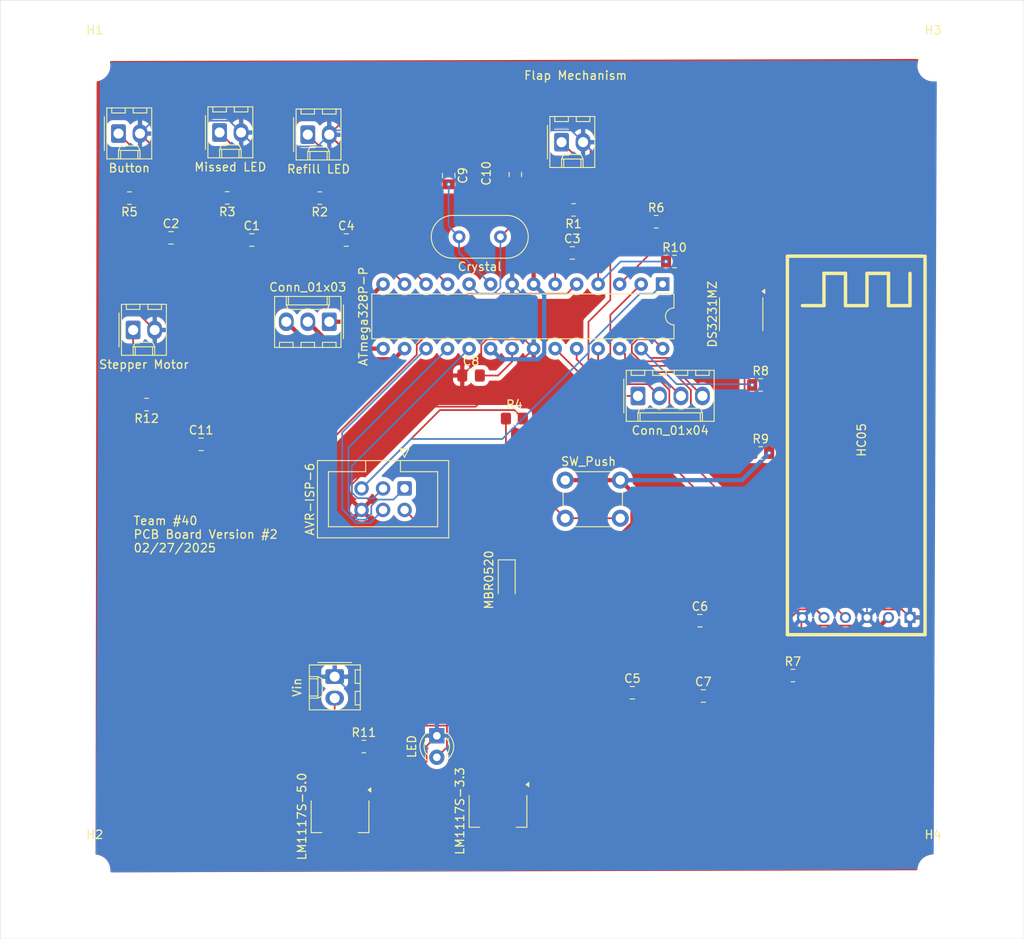
<source format=kicad_pcb>
(kicad_pcb (version 20240108) (generator "pcbnew") (generator_version "8.0")
  (layers (0 "F.Cu" signal) (31 "B.Cu" signal) (34 "B.Paste" user) (35 "F.Paste" user) (36 "B.SilkS" user "B.Silkscreen") (37 "F.SilkS" user "F.Silkscreen") (38 "B.Mask" user) (39 "F.Mask" user) (44 "Edge.Cuts" user))
  (net 0 "")
  (net 1 "GND")
  (net 2 "/Missed LED")
  (net 3 "/Button")
  (net 4 "/Refill LED")
  (net 5 "+5V")
  (net 6 "Net-(U3-AREF)")
  (net 7 "/Crystal Leg 1")
  (net 8 "/Crystal Leg 2")
  (net 9 "Net-(D1-A)")
  (net 10 "Net-(D2-A)")
  (net 11 "Net-(J1-Pin_2)")
  (net 12 "Net-(J3-Pin_1)")
  (net 13 "Net-(J4-Pin_1)")
  (net 14 "/RST")
  (net 15 "/MISO")
  (net 16 "/MOSI")
  (net 17 "/SCK")
  (net 18 "Net-(J6-Pin_1)")
  (net 19 "Net-(J7-Pin_1)")
  (net 20 "Net-(R4-Pad1)")
  (net 21 "Net-(U3-PD1)")
  (net 22 "Net-(R6-Pad1)")
  (net 23 "Net-(U3-PC4)")
  (net 24 "Net-(U3-PC5)")
  (net 25 "Net-(U3-PD2)")
  (net 26 "+3.3V")
  (net 27 "Net-(U3-PD0)")
  (net 28 "Net-(J2-Pin_1)")
  (net 29 "Net-(J2-Pin_2)")
  (net 30 "Net-(J2-Pin_3)")
  (net 31 "Net-(J8-Pin_2)")
  (net 32 "Net-(J8-Pin_4)")
  (net 33 "Net-(J8-Pin_1)")
  (net 34 "Net-(J8-Pin_3)")
  (net 35 "Net-(J9-Pin_1)")
  (net 36 "/Stepper Motor")
  (net 37 "/Flap Mechanism")
  (footprint "Capacitor_SMD:C_0805_2012Metric_Pad1.18x1.45mm_HandSolder" (layer "F.Cu") (at 114.554 60.579)
    (property "Reference" "C1")
    (property "Value" "1uF")
  )
  (footprint "Resistor_SMD:R_0805_2012Metric_Pad1.20x1.40mm_HandSolder" (layer "F.Cu") (at 127.778 120.396)
    (property "Reference" "R11")
    (property "Value" "4.7k")
  )
  (footprint "Crystal:Crystal_HC49-4H_Vertical" (layer "F.Cu") (at 139.028 60.198)
    (property "Reference" "Y1" (hide yes))
    (property "Value" "Crystal")
  )
  (footprint "Resistor_SMD:R_0805_2012Metric_Pad1.20x1.40mm_HandSolder" (layer "F.Cu") (at 162.306 58.42)
    (property "Reference" "R6")
    (property "Value" "2.2k")
  )
  (footprint "Connector_Molex:Molex_KK-254_AE-6410-02A_1x02_P2.54mm_Vertical" (layer "F.Cu") (at 110.744 47.879)
    (property "Reference" "J6" (hide yes))
    (property "Value" "Missed LED")
  )
  (footprint "Connector_Molex:Molex_KK-254_AE-6410-02A_1x02_P2.54mm_Vertical" (layer "F.Cu") (at 100.536 71.201)
    (property "Reference" "J9" (hide yes))
    (property "Value" "Stepper Motor")
  )
  (footprint "Resistor_SMD:R_0805_2012Metric_Pad1.20x1.40mm_HandSolder" (layer "F.Cu") (at 122.571 55.626 180)
    (property "Reference" "R2")
    (property "Value" "330")
  )
  (footprint "Capacitor_SMD:C_0805_2012Metric_Pad1.18x1.45mm_HandSolder" (layer "F.Cu") (at 105.0075 60.325)
    (property "Reference" "C2")
    (property "Value" "1uF")
  )
  (footprint "Resistor_SMD:R_0805_2012Metric_Pad1.20x1.40mm_HandSolder" (layer "F.Cu") (at 174.641 77.695)
    (property "Reference" "R8")
    (property "Value" "4.7k")
  )
  (footprint "MountingHole:MountingHole_3.2mm_M3" (layer "F.Cu") (at 96 40)
    (property "Reference" "H1")
    (property "Value" "MountingHole")
  )
  (footprint "MountingHole:MountingHole_3.2mm_M3" (layer "F.Cu") (at 96 135)
    (property "Reference" "H2")
    (property "Value" "MountingHole")
  )
  (footprint "Capacitor_SMD:C_0805_2012Metric_Pad1.18x1.45mm_HandSolder" (layer "F.Cu") (at 159.4905 114.046)
    (property "Reference" "C5")
    (property "Value" "0.1uF")
  )
  (footprint "Package_TO_SOT_SMD:SOT-223" (layer "F.Cu") (at 143.623 128.016 -90)
    (property "Reference" "U1" (hide yes))
    (property "Value" "LM1117S-3.3")
  )
  (footprint "Capacitor_SMD:C_0805_2012Metric_Pad1.18x1.45mm_HandSolder" (layer "F.Cu") (at 152.4 62.103)
    (property "Reference" "C3")
    (property "Value" "1uF")
  )
  (footprint "Connector_Molex:Molex_KK-254_AE-6410-04A_1x04_P2.54mm_Vertical" (layer "F.Cu") (at 160.147 78.994)
    (property "Reference" "J8" (hide yes))
    (property "Value" "Conn_01x04")
  )
  (footprint "Button_Switch_THT:SW_PUSH_6mm" (layer "F.Cu") (at 158.063 93.436 180)
    (property "Reference" "SW1" (hide yes))
    (property "Value" "SW_Push")
  )
  (footprint "Connector_Molex:Molex_KK-254_AE-6410-03A_1x03_P2.54mm_Vertical" (layer "F.Cu") (at 123.698 70.231 180)
    (property "Reference" "J2" (hide yes))
    (property "Value" "Conn_01x03")
  )
  (footprint "Resistor_SMD:R_0805_2012Metric_Pad1.20x1.40mm_HandSolder" (layer "F.Cu") (at 164.465 63.119)
    (property "Reference" "R10")
    (property "Value" "10k")
  )
  (footprint "Capacitor_SMD:C_0805_2012Metric_Pad1.18x1.45mm_HandSolder" (layer "F.Cu") (at 108.5635 84.709)
    (property "Reference" "C11")
    (property "Value" "1uF")
  )
  (footprint "Resistor_SMD:R_0805_2012Metric_Pad1.20x1.40mm_HandSolder" (layer "F.Cu") (at 102.124 80.01 180)
    (property "Reference" "R12")
    (property "Value" "330")
  )
  (footprint "Connector_Molex:Molex_KK-254_AE-6410-02A_1x02_P2.54mm_Vertical" (layer "F.Cu") (at 151.13 49.022)
    (property "Reference" "J3" (hide yes))
    (property "Value" "Flap Mechanism")
  )
  (footprint "Capacitor_SMD:C_0805_2012Metric_Pad1.18x1.45mm_HandSolder" (layer "F.Cu") (at 145.669 52.832 -90)
    (property "Reference" "C10")
    (property "Value" "22pF")
  )
  (footprint "Resistor_SMD:R_0805_2012Metric_Pad1.20x1.40mm_HandSolder" (layer "F.Cu") (at 111.649 55.606 180)
    (property "Reference" "R3")
    (property "Value" "330")
  )
  (footprint "Capacitor_SMD:C_0805_2012Metric_Pad1.18x1.45mm_HandSolder" (layer "F.Cu") (at 167.47 105.537)
    (property "Reference" "C6")
    (property "Value" "0.1uF")
  )
  (footprint "Capacitor_SMD:C_0805_2012Metric_Pad1.18x1.45mm_HandSolder" (layer "F.Cu") (at 137.795 52.959 -90)
    (property "Reference" "C9")
    (property "Value" "22pF")
  )
  (footprint "MountingHole:MountingHole_3.2mm_M3" (layer "F.Cu") (at 195 135)
    (property "Reference" "H4")
    (property "Value" "MountingHole")
  )
  (footprint "Capacitor_SMD:C_0805_2012Metric_Pad1.18x1.45mm_HandSolder" (layer "F.Cu") (at 125.7085 60.579)
    (property "Reference" "C4")
    (property "Value" "1uF")
  )
  (footprint "Capacitor_SMD:C_0805_2012Metric_Pad1.18x1.45mm_HandSolder" (layer "F.Cu") (at 167.8725 114.427)
    (property "Reference" "C7")
    (property "Value" "0.1uF")
  )
  (footprint "HC05:HC05" (layer "F.Cu") (at 185.928 84.836 -90)
    (property "Reference" "U4" (hide yes))
    (property "Value" "HC05")
  )
  (footprint "LED_THT:LED_D3.0mm" (layer "F.Cu") (at 136.398 119.126 -90)
    (property "Reference" "D2" (hide yes))
    (property "Value" "LED")
  )
  (footprint "Diode_SMD:D_SOD-123" (layer "F.Cu") (at 144.653 100.711 -90)
    (property "Reference" "D1" (hide yes))
    (property "Value" "MBR0520")
  )
  (footprint "Package_SO:SOIC-8_3.9x4.9mm_P1.27mm" (layer "F.Cu") (at 172.339 69.342 -90)
    (property "Reference" "U5" (hide yes))
    (property "Value" "DS3231MZ")
  )
  (footprint "Resistor_SMD:R_0805_2012Metric_Pad1.20x1.40mm_HandSolder" (layer "F.Cu") (at 178.451 112.014)
    (property "Reference" "R7")
    (property "Value" "3.3k")
  )
  (footprint "Resistor_SMD:R_0805_2012Metric_Pad1.20x1.40mm_HandSolder" (layer "F.Cu") (at 152.543 57.023 180)
    (property "Reference" "R1")
    (property "Value" "330")
  )
  (footprint "Resistor_SMD:R_0805_2012Metric_Pad1.20x1.40mm_HandSolder" (layer "F.Cu") (at 145.558 81.661)
    (property "Reference" "R4")
    (property "Value" "10k")
  )
  (footprint "Connector_IDC:IDC-Header_2x03_P2.54mm_Vertical" (layer "F.Cu") (at 132.588 89.916 -90)
    (property "Reference" "J5" (hide yes))
    (property "Value" "AVR-ISP-6")
  )
  (footprint "Connector_Molex:Molex_KK-254_AE-6410-02A_1x02_P2.54mm_Vertical" (layer "F.Cu") (at 124.333 112.141 -90)
    (property "Reference" "J1" (hide yes))
    (property "Value" "Vin")
  )
  (footprint "Package_TO_SOT_SMD:SOT-223" (layer "F.Cu") (at 124.968 128.651 -90)
    (property "Reference" "U2" (hide yes))
    (property "Value" "LM1117S-5.0")
  )
  (footprint "Resistor_SMD:R_0805_2012Metric_Pad1.20x1.40mm_HandSolder" (layer "F.Cu") (at 100.092 55.626 180)
    (property "Reference" "R5")
    (property "Value" "10k")
  )
  (footprint "Connector_Molex:Molex_KK-254_AE-6410-02A_1x02_P2.54mm_Vertical" (layer "F.Cu") (at 98.806 48.006)
    (property "Reference" "J7" (hide yes))
    (property "Value" "Button")
  )
  (footprint "Package_DIP:DIP-28_W7.62mm" (layer "F.Cu") (at 163.068 65.786 -90)
    (property "Reference" "U3" (hide yes))
    (property "Value" "ATmega328P-P")
  )
  (footprint "Connector_Molex:Molex_KK-254_AE-6410-02A_1x02_P2.54mm_Vertical" (layer "F.Cu") (at 121.158 48.133)
    (property "Reference" "J4" (hide yes))
    (property "Value" "Refill LED")
  )
  (footprint "MountingHole:MountingHole_3.2mm_M3" (layer "F.Cu") (at 195 40)
    (property "Reference" "H3")
    (property "Value" "MountingHole")
  )
  (footprint "Capacitor_SMD:C_0805_2012Metric_Pad1.18x1.45mm_HandSolder" (layer "F.Cu") (at 140.4405 76.581)
    (property "Reference" "C8")
    (property "Value" "0.1uF")
  )
  (footprint "Resistor_SMD:R_0805_2012Metric_Pad1.20x1.40mm_HandSolder" (layer "F.Cu") (at 174.641 85.725)
    (property "Reference" "R9")
    (property "Value" "4.7k")
  )
  (gr_rect (start 84.836 32.258) (end 205.74 143.129) (stroke (width 0.05)) (fill none) (layer "Edge.Cuts"))
  (gr_text "Team #40\nPCB Board Version #2\n02/27/2025\n" (at 100.501 97.536 0) (layer "F.SilkS") (effects (font (size 1 1)) (justify left bottom)))
  (segment (start 126.746 60.579) (end 126.746 51.181) (width 0.2) (layer "F.Cu") (net 1))
  (segment (start 127.268 125.501) (end 127.933 126.166) (width 0.2) (layer "F.Cu") (net 1))
  (segment (start 135.536654 80.261) (end 140.973 80.261) (width 0.2) (layer "F.Cu") (net 1))
  (segment (start 174.244 66.421) (end 174.244 66.867) (width 0.2) (layer "F.Cu") (net 1))
  (segment (start 141.648 72.950365) (end 142.292365 72.306) (width 0.2) (layer "F.Cu") (net 1))
  (segment (start 170.434 71.817) (end 170.434 66.867) (width 0.2) (layer "F.Cu") (net 1))
  (segment (start 115.5915 60.579) (end 115.5915 50.1865) (width 0.2) (layer "F.Cu") (net 1))
  (segment (start 106.045 60.325) (end 107.442 58.928) (width 0.2) (layer "F.Cu") (net 1))
  (segment (start 192.278 105.156) (end 191.324 104.202) (width 0.2) (layer "F.Cu") (net 1))
  (segment (start 146.728 72.306) (end 147.828 73.406) (width 0.2) (layer "F.Cu") (net 1))
  (segment (start 124.333 112.141) (end 124.333 95.631) (width 0.2) (layer "F.Cu") (net 1))
  (segment (start 173.415 65.592) (end 174.244 66.421) (width 0.2) (layer "F.Cu") (net 1))
  (segment (start 179.451 105.283) (end 179.578 105.156) (width 0.2) (layer "F.Cu") (net 1))
  (segment (start 103.076 71.201) (end 98.192 66.317) (width 0.2) (layer "F.Cu") (net 1))
  (segment (start 180.532 106.11) (end 186.244 106.11) (width 0.2) (layer "F.Cu") (net 1))
  (segment (start 165.545 113.137) (end 165.545 104.711) (width 0.2) (layer "F.Cu") (net 1))
  (segment (start 99.676744 54.626) (end 99.992 54.941256) (width 0.2) (layer "F.Cu") (net 1))
  (segment (start 179.578 105.156) (end 180.532 106.11) (width 0.2) (layer "F.Cu") (net 1))
  (segment (start 138.9595 45.085) (end 126.746 45.085) (width 0.2) (layer "F.Cu") (net 1))
  (segment (start 103.076 71.201) (end 103.076 78.184) (width 0.2) (layer "F.Cu") (net 1))
  (segment (start 98.507256 54.626) (end 99.676744 54.626) (width 0.2) (layer "F.Cu") (net 1))
  (segment (start 142.988 131.801) (end 143.623 131.166) (width 0.2) (layer "F.Cu") (net 1))
  (segment (start 160.528 114.046) (end 160.528 109.844256) (width 0.2) (layer "F.Cu") (net 1))
  (segment (start 165.545 104.711) (end 165.744 104.512) (width 0.2) (layer "F.Cu") (net 1))
  (segment (start 167.4825 104.512) (end 168.5075 105.537) (width 0.2) (layer "F.Cu") (net 1))
  (segment (start 98.192 66.317) (end 98.192 54.941256) (width 0.2) (layer "F.Cu") (net 1))
  (segment (start 126.358 89.439654) (end 135.536654 80.261) (width 0.2) (layer "F.Cu") (net 1))
  (segment (start 174.244 65.892001) (end 157.373999 49.022) (width 0.2) (layer "F.Cu") (net 1))
  (segment (start 115.5915 50.1865) (end 113.284 47.879) (width 0.2) (layer "F.Cu") (net 1))
  (segment (start 178.435 113.03) (end 179.451 112.014) (width 0.2) (layer "F.Cu") (net 1))
  (segment (start 126.746 51.181) (end 123.698 48.133) (width 0.2) (layer "F.Cu") (net 1))
  (segment (start 170.434 67.841999) (end 170.734001 68.142) (width 0.2) (layer "F.Cu") (net 1))
  (segment (start 131.860057 125.501) (end 135.198 122.163057) (width 0.2) (layer "F.Cu") (net 1))
  (segment (start 135.198 120.326) (end 136.398 119.126) (width 0.2) (layer "F.Cu") (net 1))
  (segment (start 141.648 74.336) (end 141.648 72.950365) (width 0.2) (layer "F.Cu") (net 1))
  (segment (start 98.192 54.941256) (end 98.507256 54.626) (width 0.2) (layer "F.Cu") (net 1))
  (segment (start 172.304 67.882552) (end 172.304 65.821) (width 0.2) (layer "F.Cu") (net 1))
  (segment (start 124.333 95.631) (end 127.508 92.456) (width 0.2) (layer "F.Cu") (net 1))
  (segment (start 140.973 80.261) (end 147.828 73.406) (width 0.2) (layer "F.Cu") (net 1))
  (segment (start 172.044552 68.142) (end 172.304 67.882552) (width 0.2) (layer "F.Cu") (net 1))
  (segment (start 127.508 92.456) (end 126.358 91.306) (width 0.2) (layer "F.Cu") (net 1))
  (segment (start 160.528 109.844256) (end 165.860256 104.512) (width 0.2) (layer "F.Cu") (net 1))
  (segment (start 157.373999 49.022) (end 153.67 49.022) (width 0.2) (layer "F.Cu") (net 1))
  (segment (start 176.0005 113.03) (end 178.435 113.03) (width 0.2) (layer "F.Cu") (net 1))
  (segment (start 139.403 76.581) (end 141.648 74.336) (width 0.2) (layer "F.Cu") (net 1))
  (segment (start 174.244 66.867) (end 174.244 65.892001) (width 0.2) (layer "F.Cu") (net 1))
  (segment (start 105.02 59.3) (end 106.045 60.325) (width 0.2) (layer "F.Cu") (net 1))
  (segment (start 153.4375 62.103) (end 154.559 60.9815) (width 0.2) (layer "F.Cu") (net 1))
  (segment (start 170.734001 68.142) (end 172.044552 68.142) (width 0.2) (layer "F.Cu") (net 1))
  (segment (start 172.304 65.821) (end 172.533 65.592) (width 0.2) (layer "F.Cu") (net 1))
  (segment (start 188.152 104.202) (end 187.198 105.156) (width 0.2) (layer "F.Cu") (net 1))
  (segment (start 166.835 114.427) (end 165.545 113.137) (width 0.2) (layer "F.Cu") (net 1))
  (segment (start 102.981256 59.3) (end 105.02 59.3) (width 0.2) (layer "F.Cu") (net 1))
  (segment (start 126.358 91.306) (end 126.358 89.439654) (width 0.2) (layer "F.Cu") (net 1))
  (segment (start 103.076 78.184) (end 109.601 84.709) (width 0.2) (layer "F.Cu") (net 1))
  (segment (start 142.292365 72.306) (end 146.728 72.306) (width 0.2) (layer "F.Cu") (net 1))
  (segment (start 137.795 51.9215) (end 127.4865 51.9215) (width 0.2) (layer "F.Cu") (net 1))
  (segment (start 99.992 56.310744) (end 102.981256 59.3) (width 0.2) (layer "F.Cu") (net 1))
  (segment (start 186.244 106.11) (end 187.198 105.156) (width 0.2) (layer "F.Cu") (net 1))
  (segment (start 107.442 58.928) (end 107.442 54.102) (width 0.2) (layer "F.Cu") (net 1))
  (segment (start 179.451 112.014) (end 179.451 105.283) (width 0.2) (layer "F.Cu") (net 1))
  (segment (start 144.623 126.166) (end 145.923 124.866) (width 0.2) (layer "F.Cu") (net 1))
  (segment (start 127.268 125.501) (end 131.860057 125.501) (width 0.2) (layer "F.Cu") (net 1))
  (segment (start 127.4865 51.9215) (end 123.698 48.133) (width 0.2) (layer "F.Cu") (net 1))
  (segment (start 168.5075 105.537) (end 176.0005 113.03) (width 0.2) (layer "F.Cu") (net 1))
  (segment (start 107.442 54.102) (end 101.346 48.006) (width 0.2) (layer "F.Cu") (net 1))
  (segment (start 165.744 104.512) (end 167.4825 104.512) (width 0.2) (layer "F.Cu") (net 1))
  (segment (start 170.434 66.867) (end 170.434 67.841999) (width 0.2) (layer "F.Cu") (net 1))
  (segment (start 165.860256 104.512) (end 167.4825 104.512) (width 0.2) (layer "F.Cu") (net 1))
  (segment (start 172.533 65.592) (end 173.415 65.592) (width 0.2) (layer "F.Cu") (net 1))
  (segment (start 145.669 51.7945) (end 138.9595 45.085) (width 0.2) (layer "F.Cu") (net 1))
  (segment (start 154.559 60.9815) (end 154.559 49.911) (width 0.2) (layer "F.Cu") (net 1))
  (segment (start 126.746 45.085) (end 123.698 48.133) (width 0.2) (layer "F.Cu") (net 1))
  (segment (start 191.324 104.202) (end 188.152 104.202) (width 0.2) (layer "F.Cu") (net 1))
  (segment (start 99.992 54.941256) (end 99.992 56.310744) (width 0.2) (layer "F.Cu") (net 1))
  (segment (start 154.559 49.911) (end 153.67 49.022) (width 0.2) (layer "F.Cu") (net 1))
  (segment (start 127.933 126.166) (end 144.623 126.166) (width 0.2) (layer "F.Cu") (net 1))
  (segment (start 135.198 122.163057) (end 135.198 120.326) (width 0.2) (layer "F.Cu") (net 1))
  (segment (start 145.288 60.302925) (end 145.288 65.786) (width 0.2) (layer "B.Cu") (net 1))
  (segment (start 152.275 47.627) (end 153.67 49.022) (width 0.2) (layer "B.Cu") (net 1))
  (segment (start 187.198 105.156) (end 187.198 82.55) (width 0.2) (layer "B.Cu") (net 1))
  (segment (start 153.67 51.920925) (end 145.288 60.302925) (width 0.2) (layer "B.Cu") (net 1))
  (segment (start 147.828 73.406) (end 147.828 68.326) (width 0.2) (layer "B.Cu") (net 1))
  (segment (start 102.868 46.484) (end 111.889 46.484) (width 0.2) (layer "B.Cu") (net 1))
  (segment (start 187.198 82.55) (end 153.67 49.022) (width 0.2) (layer "B.Cu") (net 1))
  (segment (start 131.318 119.126) (end 124.333 112.141) (width 0.2) (layer "B.Cu") (net 1))
  (segment (start 101.346 48.006) (end 102.868 46.484) (width 0.2) (layer "B.Cu") (net 1))
  (segment (start 111.889 46.484) (end 113.284 47.879) (width 0.2) (layer "B.Cu") (net 1))
  (segment (start 122.303 49.528) (end 114.933 49.528) (width 0.2) (layer "B.Cu") (net 1))
  (segment (start 124.204 47.627) (end 152.275 47.627) (width 0.2) (layer "B.Cu") (net 1))
  (segment (start 114.933 49.528) (end 113.284 47.879) (width 0.2) (layer "B.Cu") (net 1))
  (segment (start 136.398 119.126) (end 131.318 119.126) (width 0.2) (layer "B.Cu") (net 1))
  (segment (start 123.698 48.133) (end 122.303 49.528) (width 0.2) (layer "B.Cu") (net 1))
  (segment (start 123.698 48.133) (end 124.204 47.627) (width 0.2) (layer "B.Cu") (net 1))
  (segment (start 153.67 49.022) (end 153.67 51.920925) (width 0.2) (layer "B.Cu") (net 1))
  (segment (start 147.828 68.326) (end 145.288 65.786) (width 0.2) (layer "B.Cu") (net 1))
  (segment (start 114.9415 62.004) (end 131.346 62.004) (width 0.2) (layer "F.Cu") (net 2))
  (segment (start 131.346 62.004) (end 135.128 65.786) (width 0.2) (layer "F.Cu") (net 2))
  (segment (start 110.649 55.606) (end 110.649 57.7115) (width 0.2) (layer "F.Cu") (net 2))
  (segment (start 113.5165 60.579) (end 114.9415 62.004) (width 0.2) (layer "F.Cu") (net 2))
  (segment (start 110.649 57.7115) (end 113.5165 60.579) (width 0.2) (layer "F.Cu") (net 2))
  (segment (start 100.965 59.817) (end 103.462 59.817) (width 0.2) (layer "F.Cu") (net 3))
  (segment (start 103.97 60.325) (end 106.049 62.404) (width 0.2) (layer "F.Cu") (net 3))
  (segment (start 103.462 59.817) (end 103.97 60.325) (width 0.2) (layer "F.Cu") (net 3))
  (segment (start 99.092 57.944) (end 100.965 59.817) (width 0.2) (layer "F.Cu") (net 3))
  (segment (start 129.206 62.404) (end 132.588 65.786) (width 0.2) (layer "F.Cu") (net 3))
  (segment (start 99.092 55.626) (end 99.092 57.944) (width 0.2) (layer "F.Cu") (net 3))
  (segment (start 106.049 62.404) (end 129.206 62.404) (width 0.2) (layer "F.Cu") (net 3))
  (segment (start 121.571 55.626) (end 121.571 57.479) (width 0.2) (layer "F.Cu") (net 4))
  (segment (start 125.696 61.604) (end 133.486 61.604) (width 0.2) (layer "F.Cu") (net 4))
  (segment (start 133.486 61.604) (end 137.668 65.786) (width 0.2) (layer "F.Cu") (net 4))
  (segment (start 124.671 60.579) (end 125.696 61.604) (width 0.2) (layer "F.Cu") (net 4))
  (segment (start 121.571 57.479) (end 124.671 60.579) (width 0.2) (layer "F.Cu") (net 4))
  (segment (start 175.641 71.386316) (end 174.646684 70.392) (width 0.5) (layer "F.Cu") (net 5))
  (segment (start 172.154001 70.392) (end 171.704 70.842001) (width 0.5) (layer "F.Cu") (net 5))
  (segment (start 171.704 71.234684) (end 174.994 67.944684) (width 0.5) (layer "F.Cu") (net 5))
  (segment (start 145.703 102.871828) (end 145.313828 103.261) (width 0.5) (layer "F.Cu") (net 5))
  (segment (start 169.545 108.6495) (end 166.4325 105.537) (width 0.5) (layer "F.Cu") (net 5))
  (segment (start 168.91 114.427) (end 168.91 114.046) (width 0.5) (layer "F.Cu") (net 5))
  (segment (start 159.513 112.986) (end 159.513 90.386) (width 0.5) (layer "F.Cu") (net 5))
  (segment (start 157.988 46.736) (end 154.813 43.561) (width 0.5) (layer "F.Cu") (net 5))
  (segment (start 175.641 82.931) (end 176.657 81.915) (width 0.5) (layer "F.Cu") (net 5))
  (segment (start 145.703 100.111) (end 145.703 102.871828) (width 0.5) (layer "F.Cu") (net 5))
  (segment (start 174.994 67.944684) (end 174.994 65.789316) (width 0.5) (layer "F.Cu") (net 5))
  (segment (start 169.545 113.411) (end 169.545 108.6495) (width 0.5) (layer "F.Cu") (net 5))
  (segment (start 141.456274 124.866) (end 141.323 124.866) (width 0.5) (layer "F.Cu") (net 5))
  (segment (start 172.974 69.989316) (end 171.704 71.259316) (width 0.5) (layer "F.Cu") (net 5))
  (segment (start 124.968 125.501) (end 124.968 122.206) (width 0.5) (layer "F.Cu") (net 5))
  (segment (start 152.276274 114.046) (end 141.456274 124.866) (width 0.5) (layer "F.Cu") (net 5))
  (segment (start 158.453 114.046) (end 152.276274 114.046) (width 0.5) (layer "F.Cu") (net 5))
  (segment (start 176.657 80.01) (end 175.641 78.994) (width 0.5) (layer "F.Cu") (net 5))
  (segment (start 168.91 114.046) (end 169.545 113.411) (width 0.5) (layer "F.Cu") (net 5))
  (segment (start 144.653 99.061) (end 154.48861 99.061) (width 0.5) (layer "F.Cu") (net 5))
  (segment (start 171.704 70.842001) (end 171.704 71.817) (width 0.5) (layer "F.Cu") (net 5))
  (segment (start 124.968 122.206) (end 126.778 120.396) (width 0.5) (layer "F.Cu") (net 5))
  (segment (start 154.813 43.561) (end 150.622 43.561) (width 0.5) (layer "F.Cu") (net 5))
  (segment (start 175.641 85.725) (end 175.641 82.931) (width 0.5) (layer "F.Cu") (net 5))
  (segment (start 165.465 68.818) (end 165.465 63.119) (width 0.5) (layer "F.Cu") (net 5))
  (segment (start 143.913 103.261) (end 126.778 120.396) (width 0.5) (layer "F.Cu") (net 5))
  (segment (start 154.48861 99.061) (end 159.513 94.03661) (width 0.5) (layer "F.Cu") (net 5))
  (segment (start 171.704 71.817) (end 171.704 71.234684) (width 0.5) (layer "F.Cu") (net 5))
  (segment (start 171.704 71.259316) (end 171.704 71.817) (width 0.5) (layer "F.Cu") (net 5))
  (segment (start 157.988 48.783316) (end 157.988 46.736) (width 0.5) (layer "F.Cu") (net 5))
  (segment (start 144.653 99.061) (end 145.703 100.111) (width 0.5) (layer "F.Cu") (net 5))
  (segment (start 158.453 114.046) (end 159.513 112.986) (width 0.5) (layer "F.Cu") (net 5))
  (segment (start 175.641 77.695) (end 175.641 71.386316) (width 0.5) (layer "F.Cu") (net 5))
  (segment (start 171.704 72.791999) (end 171.253999 73.242) (width 0.5) (layer "F.Cu") (net 5))
  (segment (start 159.513 94.03661) (end 159.513 90.386) (width 0.5) (layer "F.Cu") (net 5))
  (segment (start 145.313828 103.261) (end 143.913 103.261) (width 0.5) (layer "F.Cu") (net 5))
  (segment (start 169.889 73.242) (end 165.465 68.818) (width 0.5) (layer "F.Cu") (net 5))
  (segment (start 151.563 88.936) (end 158.063 88.936) (width 0.5) (layer "F.Cu") (net 5))
  (segment (start 171.253999 73.242) (end 169.889 73.242) (width 0.5) (layer "F.Cu") (net 5))
  (segment (start 147.828 46.355) (end 147.828 65.786) (width 0.5) (layer "F.Cu") (net 5))
  (segment (start 174.994 65.789316) (end 157.988 48.783316) (width 0.5) (layer "F.Cu") (net 5))
  (segment (start 167.735 115.602) (end 168.91 114.427) (width 0.5) (layer "F.Cu") (net 5))
  (segment (start 150.622 43.561) (end 147.828 46.355) (width 0.5) (layer "F.Cu") (net 5))
  (segment (start 159.513 90.386) (end 158.063 88.936) (width 0.5) (layer "F.Cu") (net 5))
  (segment (start 175.641 78.994) (end 175.641 77.695) (width 0.5) (layer "F.Cu") (net 5))
  (segment (start 172.974 66.867) (end 172.974 69.989316) (width 0.5) (layer "F.Cu") (net 5))
  (segment (start 171.704 71.817) (end 171.704 72.791999) (width 0.5) (layer "F.Cu") (net 5))
  (segment (start 160.009 115.602) (end 167.735 115.602) (width 0.5) (layer "F.Cu") (net 5))
  (segment (start 176.657 81.915) (end 176.657 80.01) (width 0.5) (layer "F.Cu") (net 5))
  (segment (start 158.453 114.046) (end 160.009 115.602) (width 0.5) (layer "F.Cu") (net 5))
  (segment (start 174.646684 70.392) (end 172.154001 70.392) (width 0.5) (layer "F.Cu") (net 5))
  (via (at 175.641 85.725) (size 0.6) (drill 0.3) (layers "F.Cu" "B.Cu") (net 5))
  (segment (start 158.063 88.936) (end 172.43 88.936) (width 0.5) (layer "B.Cu") (net 5))
  (segment (start 149.078 67.036) (end 147.828 65.786) (width 0.5) (layer "B.Cu") (net 5))
  (segment (start 149.078 73.963767) (end 149.078 67.036) (width 0.5) (layer "B.Cu") (net 5))
  (segment (start 142.748 73.406) (end 143.998 74.656) (width 0.5) (layer "B.Cu") (net 5))
  (segment (start 172.43 88.936) (end 175.641 85.725) (width 0.5) (layer "B.Cu") (net 5))
  (segment (start 148.385767 74.656) (end 149.078 73.963767) (width 0.5) (layer "B.Cu") (net 5))
  (segment (start 143.998 74.656) (end 148.385767 74.656) (width 0.5) (layer "B.Cu") (net 5))
  (segment (start 141.478 76.581) (end 143.637 76.581) (width 0.2) (layer "F.Cu") (net 6))
  (segment (start 145.288 74.93) (end 145.288 73.406) (width 0.2) (layer "F.Cu") (net 6))
  (segment (start 143.637 76.581) (end 145.288 74.93) (width 0.2) (layer "F.Cu") (net 6))
  (via (at 137.795 53.9965) (size 0.6) (drill 0.3) (layers "F.Cu" "B.Cu") (net 7))
  (segment (start 139.028 60.198) (end 139.028 62.066) (width 0.2) (layer "B.Cu") (net 7))
  (segment (start 139.028 62.066) (end 142.748 65.786) (width 0.2) (layer "B.Cu") (net 7))
  (segment (start 139.028 60.198) (end 137.795 58.965) (width 0.2) (layer "B.Cu") (net 7))
  (segment (start 137.795 58.965) (end 137.795 53.9965) (width 0.2) (layer "B.Cu") (net 7))
  (segment (start 145.669 53.8695) (end 145.669 58.437) (width 0.2) (layer "F.Cu") (net 8))
  (segment (start 145.669 58.437) (end 143.908 60.198) (width 0.2) (layer "F.Cu") (net 8))
  (segment (start 143.160635 66.929) (end 141.351 66.929) (width 0.2) (layer "B.Cu") (net 8))
  (segment (start 143.908 66.181635) (end 143.160635 66.929) (width 0.2) (layer "B.Cu") (net 8))
  (segment (start 141.351 66.929) (end 140.208 65.786) (width 0.2) (layer "B.Cu") (net 8))
  (segment (start 143.908 60.198) (end 143.908 66.181635) (width 0.2) (layer "B.Cu") (net 8))
  (segment (start 144.653 102.361) (end 142.493 102.361) (width 0.2) (layer "F.Cu") (net 9))
  (segment (start 142.493 102.361) (end 132.588 92.456) (width 0.2) (layer "F.Cu") (net 9))
  (segment (start 128.778 120.396) (end 131.248 117.926) (width 0.2) (layer "F.Cu") (net 10))
  (segment (start 131.248 117.926) (end 137.598 117.926) (width 0.2) (layer "F.Cu") (net 10))
  (segment (start 137.598 120.466) (end 136.398 121.666) (width 0.2) (layer "F.Cu") (net 10))
  (segment (start 137.598 117.926) (end 137.598 120.466) (width 0.2) (layer "F.Cu") (net 10))
  (segment (start 124.333 123.836) (end 124.333 114.681) (width 0.2) (layer "F.Cu") (net 11))
  (segment (start 124.333 123.836) (end 122.668 125.501) (width 0.2) (layer "F.Cu") (net 11))
  (segment (start 153.543 51.435) (end 151.13 49.022) (width 0.2) (layer "F.Cu") (net 12))
  (segment (start 153.543 57.023) (end 153.543 51.435) (width 0.2) (layer "F.Cu") (net 12))
  (segment (start 123.571 50.546) (end 121.158 48.133) (width 0.2) (layer "F.Cu") (net 13))
  (segment (start 123.571 55.626) (end 123.571 50.546) (width 0.2) (layer "F.Cu") (net 13))
  (segment (start 136.763 80.661) (end 127.508 89.916) (width 0.2) (layer "F.Cu") (net 14))
  (segment (start 146.558 81.661) (end 145.558 80.661) (width 0.2) (layer "F.Cu") (net 14))
  (segment (start 145.558 80.661) (end 136.763 80.661) (width 0.2) (layer "F.Cu") (net 14))
  (segment (start 161.925 66.929) (end 163.068 65.786) (width 0.2) (layer "B.Cu") (net 14))
  (segment (start 154.348 72.950365) (end 160.369365 66.929) (width 0.2) (layer "B.Cu") (net 14))
  (segment (start 144.135635 84.074) (end 154.348 73.861635) (width 0.2) (layer "B.Cu") (net 14))
  (segment (start 154.348 73.861635) (end 154.348 72.950365) (width 0.2) (layer "B.Cu") (net 14))
  (segment (start 160.369365 66.929) (end 161.925 66.929) (width 0.2) (layer "B.Cu") (net 14))
  (segment (start 127.508 89.916) (end 133.35 84.074) (width 0.2) (layer "B.Cu") (net 14))
  (segment (start 133.35 84.074) (end 144.135635 84.074) (width 0.2) (layer "B.Cu") (net 14))
  (segment (start 125.958 92.532346) (end 125.958 85.116) (width 0.2) (layer "B.Cu") (net 15))
  (segment (start 131.272315 91.231685) (end 129.405969 91.231685) (width 0.2) (layer "B.Cu") (net 15))
  (segment (start 127.984346 93.606) (end 127.031654 93.606) (width 0.2) (layer "B.Cu") (net 15))
  (segment (start 125.958 85.116) (end 137.668 73.406) (width 0.2) (layer "B.Cu") (net 15))
  (segment (start 128.658 91.979654) (end 128.658 92.932346) (width 0.2) (layer "B.Cu") (net 15))
  (segment (start 129.405969 91.231685) (end 128.658 91.979654) (width 0.2) (layer "B.Cu") (net 15))
  (segment (start 132.588 89.916) (end 131.272315 91.231685) (width 0.2) (layer "B.Cu") (net 15))
  (segment (start 128.658 92.932346) (end 127.984346 93.606) (width 0.2) (layer "B.Cu") (net 15))
  (segment (start 127.031654 93.606) (end 125.958 92.532346) (width 0.2) (layer "B.Cu") (net 15))
  (segment (start 125.222 92.362032) (end 125.222 83.312) (width 0.2) (layer "B.Cu") (net 16))
  (segment (start 126.865968 94.006) (end 125.222 92.362032) (width 0.2) (layer "B.Cu") (net 16))
  (segment (start 130.048 92.456) (end 128.498 94.006) (width 0.2) (layer "B.Cu") (net 16))
  (segment (start 128.498 94.006) (end 126.865968 94.006) (width 0.2) (layer "B.Cu") (net 16))
  (segment (start 125.222 83.312) (end 135.128 73.406) (width 0.2) (layer "B.Cu") (net 16))
  (segment (start 126.358 87.256) (end 140.208 73.406) (width 0.2) (layer "B.Cu") (net 17))
  (segment (start 130.048 89.916) (end 128.898 91.066) (width 0.2) (layer "B.Cu") (net 17))
  (segment (start 127.031654 91.066) (end 126.358 90.392346) (width 0.2) (layer "B.Cu") (net 17))
  (segment (start 128.898 91.066) (end 127.031654 91.066) (width 0.2) (layer "B.Cu") (net 17))
  (segment (start 126.358 90.392346) (end 126.358 87.256) (width 0.2) (layer "B.Cu") (net 17))
  (segment (start 112.649 55.606) (end 112.649 49.784) (width 0.2) (layer "F.Cu") (net 18))
  (segment (start 112.649 49.784) (end 110.744 47.879) (width 0.2) (layer "F.Cu") (net 18))
  (segment (start 101.092 55.626) (end 101.092 50.292) (width 0.2) (layer "F.Cu") (net 19))
  (segment (start 101.092 50.292) (end 98.806 48.006) (width 0.2) (layer "F.Cu") (net 19))
  (segment (start 151.563 93.436) (end 144.558 86.431) (width 0.2) (layer "F.Cu") (net 20))
  (segment (start 158.063 93.436) (end 151.563 93.436) (width 0.2) (layer "F.Cu") (net 20))
  (segment (start 144.558 86.431) (end 144.558 81.661) (width 0.2) (layer "F.Cu") (net 20))
  (segment (start 163.306 58.42) (end 163.306 60.468) (width 0.2) (layer "F.Cu") (net 21))
  (segment (start 163.306 60.468) (end 157.988 65.786) (width 0.2) (layer "F.Cu") (net 21))
  (segment (start 163.857 86.895) (end 163.857 78.28437) (width 0.2) (layer "F.Cu") (net 22))
  (segment (start 163.857 78.28437) (end 162.55363 76.981) (width 0.2) (layer "F.Cu") (net 22))
  (segment (start 182.118 105.156) (end 163.857 86.895) (width 0.2) (layer "F.Cu") (net 22))
  (segment (start 154.305 70.231) (end 156.888 67.648) (width 0.2) (layer "F.Cu") (net 22))
  (segment (start 177.451 105.93384) (end 179.18284 104.202) (width 0.2) (layer "F.Cu") (net 22))
  (segment (start 156.298315 76.981) (end 154.305 74.987685) (width 0.2) (layer "F.Cu") (net 22))
  (segment (start 181.164 104.202) (end 182.118 105.156) (width 0.2) (layer "F.Cu") (net 22))
  (segment (start 156.888 67.648) (end 156.888 62.838) (width 0.2) (layer "F.Cu") (net 22))
  (segment (start 156.888 62.838) (end 161.306 58.42) (width 0.2) (layer "F.Cu") (net 22))
  (segment (start 177.451 112.014) (end 177.451 105.93384) (width 0.2) (layer "F.Cu") (net 22))
  (segment (start 162.55363 76.981) (end 156.298315 76.981) (width 0.2) (layer "F.Cu") (net 22))
  (segment (start 154.305 74.987685) (end 154.305 70.231) (width 0.2) (layer "F.Cu") (net 22))
  (segment (start 179.18284 104.202) (end 181.164 104.202) (width 0.2) (layer "F.Cu") (net 22))
  (segment (start 172.974 72.791999) (end 171.259999 74.506) (width 0.2) (layer "F.Cu") (net 23))
  (segment (start 172.974 71.817) (end 172.974 72.791999) (width 0.2) (layer "F.Cu") (net 23))
  (segment (start 161.628 74.506) (end 160.528 73.406) (width 0.2) (layer "F.Cu") (net 23))
  (segment (start 171.259999 74.506) (end 161.628 74.506) (width 0.2) (layer "F.Cu") (net 23))
  (via (at 173.641 77.695) (size 0.6) (drill 0.3) (layers "F.Cu" "B.Cu") (net 23))
  (segment (start 164.721 77.599) (end 173.545 77.599) (width 0.2) (layer "B.Cu") (net 23))
  (segment (start 173.545 77.599) (end 173.641 77.695) (width 0.2) (layer "B.Cu") (net 23))
  (segment (start 160.528 73.406) (end 164.721 77.599) (width 0.2) (layer "B.Cu") (net 23))
  (segment (start 174.244 72.162552) (end 174.244 71.817) (width 0.2) (layer "F.Cu") (net 24))
  (segment (start 173.641 85.725) (end 172.741 84.825) (width 0.2) (layer "F.Cu") (net 24))
  (segment (start 172.741 84.825) (end 172.741 73.665552) (width 0.2) (layer "F.Cu") (net 24))
  (segment (start 159.428 73.861635) (end 159.428 72.950365) (width 0.2) (layer "F.Cu") (net 24))
  (segment (start 174.244 71.817) (end 174.244 72.791999) (width 0.2) (layer "F.Cu") (net 24))
  (segment (start 174.244 72.791999) (end 172.129999 74.906) (width 0.2) (layer "F.Cu") (net 24))
  (segment (start 160.472365 74.906) (end 159.428 73.861635) (width 0.2) (layer "F.Cu") (net 24))
  (segment (start 172.129999 74.906) (end 160.472365 74.906) (width 0.2) (layer "F.Cu") (net 24))
  (segment (start 160.072365 72.306) (end 161.968 72.306) (width 0.2) (layer "F.Cu") (net 24))
  (segment (start 159.428 72.950365) (end 160.072365 72.306) (width 0.2) (layer "F.Cu") (net 24))
  (segment (start 161.968 72.306) (end 163.068 73.406) (width 0.2) (layer "F.Cu") (net 24))
  (segment (start 172.741 73.665552) (end 174.244 72.162552) (width 0.2) (layer "F.Cu") (net 24))
  (segment (start 160.721256 57.42) (end 163.890744 57.42) (width 0.2) (layer "F.Cu") (net 25))
  (segment (start 155.448 65.786) (end 155.448 62.693256) (width 0.2) (layer "F.Cu") (net 25))
  (segment (start 163.890744 57.42) (end 171.704 65.233256) (width 0.2) (layer "F.Cu") (net 25))
  (segment (start 155.448 62.693256) (end 160.721256 57.42) (width 0.2) (layer "F.Cu") (net 25))
  (segment (start 171.704 65.233256) (end 171.704 66.867) (width 0.2) (layer "F.Cu") (net 25))
  (via (at 163.465 63.119) (size 0.6) (drill 0.3) (layers "F.Cu" "B.Cu") (net 25))
  (segment (start 155.448 65.786) (end 158.115 63.119) (width 0.2) (layer "B.Cu") (net 25))
  (segment (start 158.115 63.119) (end 163.465 63.119) (width 0.2) (layer "B.Cu") (net 25))
  (segment (start 178.592 116.302) (end 189.738 105.156) (width 0.5) (layer "F.Cu") (net 26))
  (segment (start 143.623 124.866) (end 152.187 116.302) (width 0.5) (layer "F.Cu") (net 26))
  (segment (start 152.187 116.302) (end 178.592 116.302) (width 0.5) (layer "F.Cu") (net 26))
  (segment (start 158.445365 76.181) (end 156.888 74.623635) (width 0.2) (layer "F.Cu") (net 27))
  (segment (start 156.888 69.426) (end 160.528 65.786) (width 0.2) (layer "F.Cu") (net 27))
  (segment (start 166.397 78.28437) (end 164.29363 76.181) (width 0.2) (layer "F.Cu") (net 27))
  (segment (start 184.658 105.156) (end 166.397 86.895) (width 0.2) (layer "F.Cu") (net 27))
  (segment (start 164.29363 76.181) (end 158.445365 76.181) (width 0.2) (layer "F.Cu") (net 27))
  (segment (start 166.397 86.895) (end 166.397 78.28437) (width 0.2) (layer "F.Cu") (net 27))
  (segment (start 156.888 74.623635) (end 156.888 69.426) (width 0.2) (layer "F.Cu") (net 27))
  (segment (start 123.698 70.231) (end 125.603 70.231) (width 0.5) (layer "F.Cu") (net 28))
  (segment (start 125.603 70.231) (end 130.048 65.786) (width 0.5) (layer "F.Cu") (net 28))
  (segment (start 124.333 73.406) (end 130.048 73.406) (width 0.5) (layer "F.Cu") (net 29))
  (segment (start 121.158 70.231) (end 124.333 73.406) (width 0.5) (layer "F.Cu") (net 29))
  (segment (start 131.338 74.656) (end 132.588 73.406) (width 0.5) (layer "F.Cu") (net 30))
  (segment (start 123.043 74.656) (end 131.338 74.656) (width 0.5) (layer "F.Cu") (net 30))
  (segment (start 118.618 70.231) (end 123.043 74.656) (width 0.5) (layer "F.Cu") (net 30))
  (segment (start 155.831 77.599) (end 152.908 74.676) (width 0.2) (layer "F.Cu") (net 31))
  (segment (start 162.687 78.994) (end 161.292 77.599) (width 0.2) (layer "F.Cu") (net 31))
  (segment (start 152.908 74.676) (end 152.908 73.406) (width 0.2) (layer "F.Cu") (net 31))
  (segment (start 161.292 77.599) (end 155.831 77.599) (width 0.2) (layer "F.Cu") (net 31))
  (segment (start 167.767 78.994) (end 164.211 75.438) (width 0.2) (layer "F.Cu") (net 32))
  (segment (start 164.211 75.438) (end 158.623 75.438) (width 0.2) (layer "F.Cu") (net 32))
  (segment (start 158.623 74.041) (end 157.988 73.406) (width 0.2) (layer "F.Cu") (net 32))
  (segment (start 158.623 75.438) (end 158.623 74.041) (width 0.2) (layer "F.Cu") (net 32))
  (segment (start 160.147 78.994) (end 155.956 78.994) (width 0.2) (layer "F.Cu") (net 33))
  (segment (start 155.956 78.994) (end 150.368 73.406) (width 0.2) (layer "F.Cu") (net 33))
  (segment (start 162.814 76.581) (end 156.464 76.581) (width 0.2) (layer "F.Cu") (net 34))
  (segment (start 155.448 75.184) (end 155.448 73.406) (width 0.2) (layer "F.Cu") (net 34))
  (segment (start 165.227 78.994) (end 162.814 76.581) (width 0.2) (layer "F.Cu") (net 34))
  (segment (start 156.464 76.2) (end 155.448 75.184) (width 0.2) (layer "F.Cu") (net 34))
  (segment (start 156.464 76.581) (end 156.464 76.2) (width 0.2) (layer "F.Cu") (net 34))
  (segment (start 100.536 71.201) (end 100.536 77.422) (width 0.2) (layer "F.Cu") (net 35))
  (segment (start 100.536 77.422) (end 103.124 80.01) (width 0.2) (layer "F.Cu") (net 35))
  (segment (start 105.823 84.709) (end 101.124 80.01) (width 0.2) (layer "F.Cu") (net 36))
  (segment (start 122.419 85.734) (end 134.028 74.125) (width 0.2) (layer "F.Cu") (net 36))
  (segment (start 134.028 74.125) (end 134.028 72.950365) (width 0.2) (layer "F.Cu") (net 36))
  (segment (start 107.526 84.709) (end 108.551 85.734) (width 0.2) (layer "F.Cu") (net 36))
  (segment (start 140.049365 66.929) (end 151.765 66.929) (width 0.2) (layer "F.Cu") (net 36))
  (segment (start 151.765 66.929) (end 152.908 65.786) (width 0.2) (layer "F.Cu") (net 36))
  (segment (start 134.028 72.950365) (end 140.049365 66.929) (width 0.2) (layer "F.Cu") (net 36))
  (segment (start 107.526 84.709) (end 105.823 84.709) (width 0.2) (layer "F.Cu") (net 36))
  (segment (start 108.551 85.734) (end 122.419 85.734) (width 0.2) (layer "F.Cu") (net 36))
  (segment (start 151.543 61.9225) (end 151.3625 62.103) (width 0.2) (layer "F.Cu") (net 37))
  (segment (start 151.3625 62.2515) (end 150.368 63.246) (width 0.2) (layer "F.Cu") (net 37))
  (segment (start 151.543 57.023) (end 151.543 61.9225) (width 0.2) (layer "F.Cu") (net 37))
  (segment (start 151.3625 62.103) (end 151.3625 62.2515) (width 0.2) (layer "F.Cu") (net 37))
  (segment (start 150.368 63.246) (end 150.368 65.786) (width 0.2) (layer "F.Cu") (net 37))
  (zone (net 1) (net_name "GND") (layer "F.Cu") (connect_pads (clearance 0.5)) (min_thickness 0.25) (fill yes (thermal_gap 0.5) (thermal_bridge_width 0.5))
    (polygon (pts (xy 96.223 39.445) (xy 195.127 39.191) (xy 195 135) (xy 96.096 135.254)))
  )
  (zone (net 1) (net_name "GND") (layer "B.Cu") (priority 1) (connect_pads (clearance 0.5)) (min_thickness 0.25) (fill yes (thermal_gap 0.5) (thermal_bridge_width 0.5))
    (polygon (pts (xy 96.604 39.572) (xy 195.453 39.37) (xy 195.072 134.874) (xy 96.096 135.254)))
  )
)
</source>
